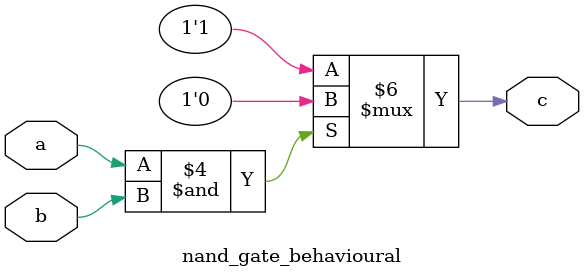
<source format=sv>
/* Behavioural style. */

module nand_gate_behavioural (
    input a, b,
    output logic c
);
    always_comb begin
        if (a == 1'b1 & b == 1'b1)
            c = 1'b0;
        else
            c = 1'b1;
    end
endmodule : nand_gate_behavioural


/* End of file. */

</source>
